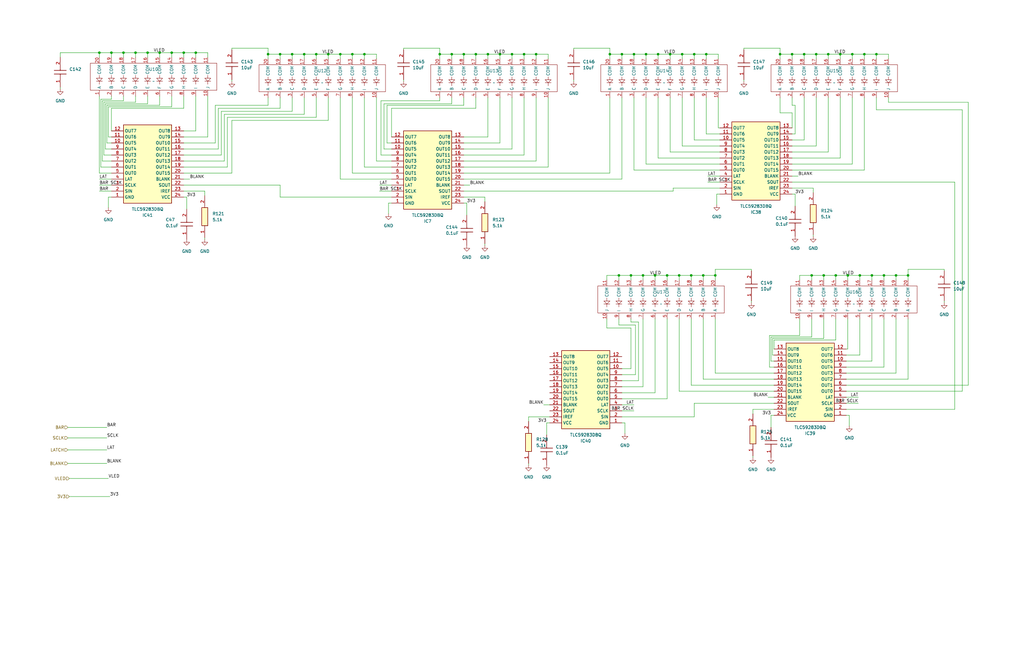
<source format=kicad_sch>
(kicad_sch (version 20230121) (generator eeschema)
  (paper "B")
  (junction (at 372.745 116.205))
  (junction (at 123.19 22.86))
  (junction (at 357.505 116.205))
  (junction (at 57.15 22.225))
  (junction (at 226.06 22.86))
  (junction (at 200.66 22.86))
  (junction (at 369.57 22.86))
  (junction (at 128.27 22.86))
  (junction (at 260.985 116.205))
  (junction (at 72.39 22.225))
  (junction (at 328.93 22.86))
  (junction (at 272.415 22.86))
  (junction (at 267.335 22.86))
  (junction (at 276.225 116.205))
  (junction (at 301.625 116.205))
  (junction (at 287.655 22.86))
  (junction (at 113.03 22.86))
  (junction (at 354.33 22.86))
  (junction (at 362.585 116.205))
  (junction (at 41.91 22.225))
  (junction (at 82.55 22.225))
  (junction (at 77.47 22.225))
  (junction (at 292.735 22.86))
  (junction (at 118.11 22.86))
  (junction (at 67.31 22.225))
  (junction (at 133.35 22.86))
  (junction (at 215.9 22.86))
  (junction (at 342.265 116.205))
  (junction (at 220.98 22.86))
  (junction (at 148.59 22.86))
  (junction (at 46.99 22.225))
  (junction (at 185.42 22.86))
  (junction (at 377.825 116.205))
  (junction (at 347.345 116.205))
  (junction (at 277.495 22.86))
  (junction (at 382.905 116.205))
  (junction (at 282.575 22.86))
  (junction (at 153.67 22.86))
  (junction (at 271.145 116.205))
  (junction (at 367.665 116.205))
  (junction (at 286.385 116.205))
  (junction (at 281.305 116.205))
  (junction (at 344.17 22.86))
  (junction (at 297.815 22.86))
  (junction (at 205.74 22.86))
  (junction (at 62.23 22.225))
  (junction (at 195.58 22.86))
  (junction (at 138.43 22.86))
  (junction (at 291.465 116.205))
  (junction (at 266.065 116.205))
  (junction (at 296.545 116.205))
  (junction (at 210.82 22.86))
  (junction (at 190.5 22.86))
  (junction (at 334.01 22.86))
  (junction (at 262.255 22.86))
  (junction (at 143.51 22.86))
  (junction (at 257.175 22.86))
  (junction (at 352.425 116.205))
  (junction (at 364.49 22.86))
  (junction (at 52.07 22.225))
  (junction (at 339.09 22.86))
  (junction (at 349.25 22.86))
  (junction (at 359.41 22.86))
  (wire (pts (xy 143.51 22.86) (xy 143.51 24.765)))
  (wire (pts (xy 356.87 147.32) (xy 357.505 147.32)))
  (wire (pts (xy 356.87 160.02) (xy 382.905 160.02)))
  (wire (pts (xy 356.87 149.86) (xy 362.585 149.86)))
  (wire (pts (xy 41.91 80.645) (xy 46.99 80.645)))
  (wire (pts (xy 334.01 56.515) (xy 335.28 56.515)))
  (wire (pts (xy 339.09 22.86) (xy 344.17 22.86)))
  (wire (pts (xy 302.895 41.275) (xy 302.895 53.975)))
  (wire (pts (xy 377.825 116.205) (xy 372.745 116.205)))
  (wire (pts (xy 301.625 113.665) (xy 301.625 116.205)))
  (wire (pts (xy 220.98 22.86) (xy 226.06 22.86)))
  (wire (pts (xy 165.1 57.785) (xy 165.1 45.72)))
  (wire (pts (xy 287.655 22.86) (xy 292.735 22.86)))
  (wire (pts (xy 62.23 43.815) (xy 62.23 40.64)))
  (wire (pts (xy 398.145 114.3) (xy 398.145 113.665)))
  (wire (pts (xy 328.93 24.765) (xy 328.93 22.86)))
  (wire (pts (xy 342.265 116.205) (xy 342.265 118.11)))
  (wire (pts (xy 266.065 155.575) (xy 266.065 138.43)))
  (wire (pts (xy 45.72 83.185) (xy 45.72 87.63)))
  (wire (pts (xy 113.03 24.765) (xy 113.03 22.86)))
  (wire (pts (xy 292.735 22.86) (xy 292.735 24.765)))
  (wire (pts (xy 42.545 70.485) (xy 46.99 70.485)))
  (wire (pts (xy 357.505 116.205) (xy 357.505 118.11)))
  (wire (pts (xy 113.03 44.45) (xy 113.03 41.275)))
  (wire (pts (xy 296.545 116.205) (xy 296.545 118.11)))
  (wire (pts (xy 281.305 168.275) (xy 281.305 134.62)))
  (wire (pts (xy 325.755 149.86) (xy 325.755 142.875)))
  (wire (pts (xy 97.79 20.32) (xy 113.03 20.32)))
  (wire (pts (xy 287.655 61.595) (xy 287.655 41.275)))
  (wire (pts (xy 46.99 62.865) (xy 44.45 62.865)))
  (wire (pts (xy 44.45 43.815) (xy 62.23 43.815)))
  (wire (pts (xy 277.495 22.86) (xy 282.575 22.86)))
  (wire (pts (xy 195.58 67.945) (xy 226.06 67.945)))
  (wire (pts (xy 262.255 22.86) (xy 262.255 24.765)))
  (wire (pts (xy 123.19 22.86) (xy 128.27 22.86)))
  (wire (pts (xy 303.53 81.915) (xy 302.26 81.915)))
  (wire (pts (xy 195.58 80.645) (xy 283.845 80.645)))
  (wire (pts (xy 128.27 22.86) (xy 133.35 22.86)))
  (wire (pts (xy 347.345 116.205) (xy 342.265 116.205)))
  (wire (pts (xy 313.69 20.955) (xy 313.69 20.32)))
  (wire (pts (xy 356.87 152.4) (xy 367.665 152.4)))
  (wire (pts (xy 29.21 209.55) (xy 46.355 209.55)))
  (wire (pts (xy 276.225 116.205) (xy 276.225 118.11)))
  (wire (pts (xy 374.65 22.86) (xy 374.65 24.765)))
  (wire (pts (xy 25.4 22.225) (xy 41.91 22.225)))
  (wire (pts (xy 276.225 116.205) (xy 271.145 116.205)))
  (wire (pts (xy 262.255 168.275) (xy 281.305 168.275)))
  (wire (pts (xy 266.065 116.205) (xy 266.065 118.11)))
  (wire (pts (xy 46.99 45.72) (xy 77.47 45.72)))
  (wire (pts (xy 57.15 43.18) (xy 57.15 40.64)))
  (wire (pts (xy 87.63 40.64) (xy 87.63 57.785)))
  (wire (pts (xy 335.28 56.515) (xy 335.28 44.45)))
  (wire (pts (xy 367.665 152.4) (xy 367.665 134.62)))
  (wire (pts (xy 364.49 22.86) (xy 369.57 22.86)))
  (wire (pts (xy 326.39 147.32) (xy 326.39 143.51)))
  (wire (pts (xy 282.575 22.86) (xy 282.575 24.765)))
  (wire (pts (xy 372.745 116.205) (xy 372.745 118.11)))
  (wire (pts (xy 352.425 116.205) (xy 352.425 118.11)))
  (wire (pts (xy 301.625 118.11) (xy 301.625 116.205)))
  (wire (pts (xy 342.9 79.375) (xy 342.9 81.28)))
  (wire (pts (xy 377.825 157.48) (xy 377.825 134.62)))
  (wire (pts (xy 143.51 22.86) (xy 148.59 22.86)))
  (wire (pts (xy 90.805 44.45) (xy 113.03 44.45)))
  (wire (pts (xy 195.58 85.725) (xy 196.85 85.725)))
  (wire (pts (xy 354.33 22.86) (xy 359.41 22.86)))
  (wire (pts (xy 266.065 116.205) (xy 260.985 116.205)))
  (wire (pts (xy 334.01 66.675) (xy 354.33 66.675)))
  (wire (pts (xy 163.195 44.45) (xy 195.58 44.45)))
  (wire (pts (xy 190.5 43.815) (xy 190.5 41.275)))
  (wire (pts (xy 334.01 47.625) (xy 328.93 47.625)))
  (wire (pts (xy 328.93 47.625) (xy 328.93 41.275)))
  (wire (pts (xy 269.24 160.655) (xy 269.24 135.89)))
  (wire (pts (xy 222.885 175.895) (xy 222.885 177.8)))
  (wire (pts (xy 241.935 33.655) (xy 241.935 34.29)))
  (wire (pts (xy 334.01 71.755) (xy 364.49 71.755)))
  (wire (pts (xy 325.755 142.875) (xy 347.345 142.875)))
  (wire (pts (xy 231.775 175.895) (xy 222.885 175.895)))
  (wire (pts (xy 170.18 20.955) (xy 170.18 20.32)))
  (wire (pts (xy 303.53 64.135) (xy 282.575 64.135)))
  (wire (pts (xy 170.18 20.32) (xy 185.42 20.32)))
  (wire (pts (xy 200.66 22.86) (xy 200.66 24.765)))
  (wire (pts (xy 165.1 85.725) (xy 163.83 85.725)))
  (wire (pts (xy 222.885 195.58) (xy 222.885 196.215)))
  (wire (pts (xy 282.575 64.135) (xy 282.575 41.275)))
  (wire (pts (xy 382.905 113.665) (xy 382.905 116.205)))
  (wire (pts (xy 313.69 33.655) (xy 313.69 34.29)))
  (wire (pts (xy 257.175 20.32) (xy 257.175 22.86)))
  (wire (pts (xy 77.47 80.645) (xy 86.36 80.645)))
  (wire (pts (xy 262.255 22.86) (xy 267.335 22.86)))
  (wire (pts (xy 398.145 113.665) (xy 382.905 113.665)))
  (wire (pts (xy 352.425 143.51) (xy 352.425 134.62)))
  (wire (pts (xy 405.765 165.1) (xy 405.765 46.355)))
  (wire (pts (xy 52.07 40.64) (xy 52.07 42.545)))
  (wire (pts (xy 359.41 22.86) (xy 364.49 22.86)))
  (wire (pts (xy 257.175 73.025) (xy 257.175 41.275)))
  (wire (pts (xy 72.39 22.225) (xy 77.47 22.225)))
  (wire (pts (xy 87.63 22.225) (xy 87.63 24.13)))
  (wire (pts (xy 158.75 41.275) (xy 158.75 67.945)))
  (wire (pts (xy 196.85 85.725) (xy 196.85 90.805)))
  (wire (pts (xy 354.33 22.86) (xy 354.33 24.765)))
  (wire (pts (xy 128.27 48.26) (xy 128.27 41.275)))
  (wire (pts (xy 200.66 22.86) (xy 205.74 22.86)))
  (wire (pts (xy 205.74 22.86) (xy 205.74 24.765)))
  (wire (pts (xy 356.87 162.56) (xy 408.305 162.56)))
  (wire (pts (xy 291.465 116.205) (xy 286.385 116.205)))
  (wire (pts (xy 356.87 154.94) (xy 372.745 154.94)))
  (wire (pts (xy 45.085 60.325) (xy 46.99 60.325)))
  (wire (pts (xy 334.01 79.375) (xy 342.9 79.375)))
  (wire (pts (xy 82.55 22.225) (xy 82.55 24.13)))
  (wire (pts (xy 231.14 70.485) (xy 231.14 41.275)))
  (wire (pts (xy 118.11 22.86) (xy 118.11 24.765)))
  (wire (pts (xy 369.57 22.86) (xy 374.65 22.86)))
  (wire (pts (xy 118.11 83.185) (xy 165.1 83.185)))
  (wire (pts (xy 276.225 165.735) (xy 276.225 134.62)))
  (wire (pts (xy 303.53 56.515) (xy 297.815 56.515)))
  (wire (pts (xy 328.93 22.86) (xy 334.01 22.86)))
  (wire (pts (xy 241.935 20.955) (xy 241.935 20.32)))
  (wire (pts (xy 296.545 160.02) (xy 296.545 134.62)))
  (wire (pts (xy 161.925 43.815) (xy 190.5 43.815)))
  (wire (pts (xy 271.145 163.195) (xy 271.145 134.62)))
  (wire (pts (xy 267.335 22.86) (xy 267.335 24.765)))
  (wire (pts (xy 267.335 170.815) (xy 262.255 170.815)))
  (wire (pts (xy 41.91 75.565) (xy 46.99 75.565)))
  (wire (pts (xy 364.49 71.755) (xy 364.49 41.275)))
  (wire (pts (xy 303.53 61.595) (xy 287.655 61.595)))
  (wire (pts (xy 215.9 22.86) (xy 215.9 24.765)))
  (wire (pts (xy 195.58 78.105) (xy 198.12 78.105)))
  (wire (pts (xy 138.43 22.86) (xy 138.43 24.765)))
  (wire (pts (xy 82.55 55.245) (xy 77.47 55.245)))
  (wire (pts (xy 231.14 22.86) (xy 231.14 24.765)))
  (wire (pts (xy 153.67 22.86) (xy 153.67 24.765)))
  (wire (pts (xy 292.735 22.86) (xy 297.815 22.86)))
  (wire (pts (xy 324.485 154.94) (xy 324.485 141.605)))
  (wire (pts (xy 334.01 22.86) (xy 334.01 24.765)))
  (wire (pts (xy 344.17 22.86) (xy 344.17 24.765)))
  (wire (pts (xy 46.99 67.945) (xy 43.18 67.945)))
  (wire (pts (xy 291.465 162.56) (xy 291.465 134.62)))
  (wire (pts (xy 302.26 81.915) (xy 302.26 86.36)))
  (wire (pts (xy 303.53 66.675) (xy 277.495 66.675)))
  (wire (pts (xy 357.505 116.205) (xy 352.425 116.205)))
  (wire (pts (xy 160.02 78.105) (xy 165.1 78.105)))
  (wire (pts (xy 78.74 83.185) (xy 78.74 88.265)))
  (wire (pts (xy 67.31 40.64) (xy 67.31 44.45)))
  (wire (pts (xy 334.01 44.45) (xy 334.01 41.275)))
  (wire (pts (xy 46.99 40.64) (xy 46.99 41.91)))
  (wire (pts (xy 349.25 22.86) (xy 354.33 22.86)))
  (wire (pts (xy 43.815 43.18) (xy 57.15 43.18)))
  (wire (pts (xy 95.885 70.485) (xy 95.885 49.53)))
  (wire (pts (xy 165.1 60.325) (xy 163.195 60.325)))
  (wire (pts (xy 45.72 57.785) (xy 45.72 45.085)))
  (wire (pts (xy 148.59 73.025) (xy 165.1 73.025)))
  (wire (pts (xy 356.87 165.1) (xy 405.765 165.1)))
  (wire (pts (xy 297.815 22.86) (xy 297.815 24.765)))
  (wire (pts (xy 45.72 45.085) (xy 72.39 45.085)))
  (wire (pts (xy 94.615 67.945) (xy 94.615 48.26)))
  (wire (pts (xy 326.39 165.1) (xy 286.385 165.1)))
  (wire (pts (xy 296.545 116.205) (xy 291.465 116.205)))
  (wire (pts (xy 77.47 78.105) (xy 118.11 78.105)))
  (wire (pts (xy 28.575 195.58) (xy 45.085 195.58)))
  (wire (pts (xy 195.58 75.565) (xy 262.255 75.565)))
  (wire (pts (xy 262.255 75.565) (xy 262.255 41.275)))
  (wire (pts (xy 161.925 62.865) (xy 161.925 43.815)))
  (wire (pts (xy 267.97 158.115) (xy 267.97 137.16)))
  (wire (pts (xy 277.495 66.675) (xy 277.495 41.275)))
  (wire (pts (xy 262.255 163.195) (xy 271.145 163.195)))
  (wire (pts (xy 361.95 167.64) (xy 356.87 167.64)))
  (wire (pts (xy 334.01 81.915) (xy 335.28 81.915)))
  (wire (pts (xy 342.265 116.205) (xy 337.185 116.205)))
  (wire (pts (xy 402.59 76.835) (xy 402.59 172.72)))
  (wire (pts (xy 262.255 178.435) (xy 263.525 178.435)))
  (wire (pts (xy 292.735 175.895) (xy 262.255 175.895)))
  (wire (pts (xy 369.57 22.86) (xy 369.57 24.765)))
  (wire (pts (xy 382.905 160.02) (xy 382.905 134.62)))
  (wire (pts (xy 204.47 102.87) (xy 204.47 103.505)))
  (wire (pts (xy 328.93 20.32) (xy 328.93 22.86)))
  (wire (pts (xy 334.01 53.975) (xy 334.01 47.625)))
  (wire (pts (xy 67.31 22.225) (xy 72.39 22.225)))
  (wire (pts (xy 46.99 41.91) (xy 42.545 41.91)))
  (wire (pts (xy 86.36 80.645) (xy 86.36 82.55)))
  (wire (pts (xy 226.06 22.86) (xy 226.06 24.765)))
  (wire (pts (xy 113.03 22.86) (xy 118.11 22.86)))
  (wire (pts (xy 301.625 157.48) (xy 301.625 134.62)))
  (wire (pts (xy 28.575 189.865) (xy 45.085 189.865)))
  (wire (pts (xy 262.255 158.115) (xy 267.97 158.115)))
  (wire (pts (xy 97.79 73.025) (xy 97.79 50.8)))
  (wire (pts (xy 25.4 36.83) (xy 25.4 37.465)))
  (wire (pts (xy 92.075 62.865) (xy 92.075 45.72)))
  (wire (pts (xy 297.815 22.86) (xy 302.895 22.86)))
  (wire (pts (xy 337.185 116.205) (xy 337.185 118.11)))
  (wire (pts (xy 317.5 172.72) (xy 317.5 174.625)))
  (wire (pts (xy 356.87 175.26) (xy 358.14 175.26)))
  (wire (pts (xy 241.935 20.32) (xy 257.175 20.32)))
  (wire (pts (xy 153.67 22.86) (xy 158.75 22.86)))
  (wire (pts (xy 220.98 22.86) (xy 220.98 24.765)))
  (wire (pts (xy 97.79 20.955) (xy 97.79 20.32)))
  (wire (pts (xy 303.53 53.975) (xy 302.895 53.975)))
  (wire (pts (xy 358.14 175.26) (xy 358.14 179.705)))
  (wire (pts (xy 158.75 67.945) (xy 165.1 67.945)))
  (wire (pts (xy 298.45 74.295) (xy 303.53 74.295)))
  (wire (pts (xy 123.19 22.86) (xy 123.19 24.765)))
  (wire (pts (xy 255.905 116.205) (xy 255.905 118.11)))
  (wire (pts (xy 153.67 70.485) (xy 153.67 41.275)))
  (wire (pts (xy 195.58 57.785) (xy 205.74 57.785)))
  (wire (pts (xy 326.39 167.64) (xy 323.85 167.64)))
  (wire (pts (xy 287.655 22.86) (xy 287.655 24.765)))
  (wire (pts (xy 86.36 100.33) (xy 86.36 100.965)))
  (wire (pts (xy 138.43 50.8) (xy 138.43 41.275)))
  (wire (pts (xy 271.145 116.205) (xy 271.145 118.11)))
  (wire (pts (xy 349.25 22.86) (xy 349.25 24.765)))
  (wire (pts (xy 77.47 65.405) (xy 93.345 65.405)))
  (wire (pts (xy 334.01 22.86) (xy 339.09 22.86)))
  (wire (pts (xy 262.255 165.735) (xy 276.225 165.735)))
  (wire (pts (xy 405.765 46.355) (xy 369.57 46.355)))
  (wire (pts (xy 303.53 59.055) (xy 292.735 59.055)))
  (wire (pts (xy 361.95 170.18) (xy 356.87 170.18)))
  (wire (pts (xy 97.79 33.655) (xy 97.79 34.29)))
  (wire (pts (xy 72.39 22.225) (xy 72.39 24.13)))
  (wire (pts (xy 57.15 22.225) (xy 57.15 24.13)))
  (wire (pts (xy 185.42 22.86) (xy 190.5 22.86)))
  (wire (pts (xy 210.82 60.325) (xy 210.82 41.275)))
  (wire (pts (xy 367.665 116.205) (xy 362.585 116.205)))
  (wire (pts (xy 52.07 22.225) (xy 52.07 24.13)))
  (wire (pts (xy 28.575 180.34) (xy 45.085 180.34)))
  (wire (pts (xy 163.195 60.325) (xy 163.195 44.45)))
  (wire (pts (xy 364.49 22.86) (xy 364.49 24.765)))
  (wire (pts (xy 326.39 162.56) (xy 291.465 162.56)))
  (wire (pts (xy 344.17 61.595) (xy 344.17 41.275)))
  (wire (pts (xy 344.17 22.86) (xy 349.25 22.86)))
  (wire (pts (xy 195.58 70.485) (xy 231.14 70.485)))
  (wire (pts (xy 77.47 73.025) (xy 97.79 73.025)))
  (wire (pts (xy 160.655 65.405) (xy 160.655 42.545)))
  (wire (pts (xy 266.065 138.43) (xy 255.905 138.43)))
  (wire (pts (xy 262.255 160.655) (xy 269.24 160.655)))
  (wire (pts (xy 260.985 116.205) (xy 260.985 118.11)))
  (wire (pts (xy 210.82 22.86) (xy 215.9 22.86)))
  (wire (pts (xy 226.06 22.86) (xy 231.14 22.86)))
  (wire (pts (xy 339.09 59.055) (xy 339.09 41.275)))
  (wire (pts (xy 77.47 45.72) (xy 77.47 40.64)))
  (wire (pts (xy 382.905 118.11) (xy 382.905 116.205)))
  (wire (pts (xy 257.175 22.86) (xy 262.255 22.86)))
  (wire (pts (xy 282.575 22.86) (xy 287.655 22.86)))
  (wire (pts (xy 231.775 178.435) (xy 230.505 178.435)))
  (wire (pts (xy 67.31 22.225) (xy 67.31 24.13)))
  (wire (pts (xy 118.11 45.72) (xy 118.11 41.275)))
  (wire (pts (xy 382.905 116.205) (xy 377.825 116.205)))
  (wire (pts (xy 160.02 80.645) (xy 165.1 80.645)))
  (wire (pts (xy 41.91 24.13) (xy 41.91 22.225)))
  (wire (pts (xy 77.47 22.225) (xy 82.55 22.225)))
  (wire (pts (xy 283.845 80.645) (xy 283.845 79.375)))
  (wire (pts (xy 334.01 59.055) (xy 339.09 59.055)))
  (wire (pts (xy 335.28 44.45) (xy 334.01 44.45)))
  (wire (pts (xy 215.9 22.86) (xy 220.98 22.86)))
  (wire (pts (xy 185.42 20.32) (xy 185.42 22.86)))
  (wire (pts (xy 148.59 22.86) (xy 153.67 22.86)))
  (wire (pts (xy 82.55 40.64) (xy 82.55 55.245)))
  (wire (pts (xy 231.775 170.815) (xy 229.235 170.815)))
  (wire (pts (xy 359.41 22.86) (xy 359.41 24.765)))
  (wire (pts (xy 334.01 74.295) (xy 336.55 74.295)))
  (wire (pts (xy 67.31 44.45) (xy 45.085 44.45)))
  (wire (pts (xy 62.23 22.225) (xy 62.23 24.13)))
  (wire (pts (xy 334.01 69.215) (xy 359.41 69.215)))
  (wire (pts (xy 281.305 116.205) (xy 281.305 118.11)))
  (wire (pts (xy 165.1 45.72) (xy 200.66 45.72)))
  (wire (pts (xy 148.59 73.025) (xy 148.59 41.275)))
  (wire (pts (xy 326.39 154.94) (xy 324.485 154.94)))
  (wire (pts (xy 215.9 62.865) (xy 215.9 41.275)))
  (wire (pts (xy 356.87 172.72) (xy 402.59 172.72)))
  (wire (pts (xy 204.47 83.185) (xy 204.47 85.09)))
  (wire (pts (xy 267.335 71.755) (xy 267.335 41.275)))
  (wire (pts (xy 349.25 64.135) (xy 349.25 41.275)))
  (wire (pts (xy 45.085 44.45) (xy 45.085 60.325)))
  (wire (pts (xy 362.585 116.205) (xy 362.585 118.11)))
  (wire (pts (xy 291.465 116.205) (xy 291.465 118.11)))
  (wire (pts (xy 326.39 160.02) (xy 296.545 160.02)))
  (wire (pts (xy 334.01 64.135) (xy 349.25 64.135)))
  (wire (pts (xy 46.99 55.245) (xy 46.99 45.72)))
  (wire (pts (xy 92.075 45.72) (xy 118.11 45.72)))
  (wire (pts (xy 286.385 116.205) (xy 281.305 116.205)))
  (wire (pts (xy 263.525 178.435) (xy 263.525 182.88)))
  (wire (pts (xy 220.98 65.405) (xy 220.98 41.275)))
  (wire (pts (xy 326.39 175.26) (xy 325.12 175.26)))
  (wire (pts (xy 160.655 42.545) (xy 185.42 42.545)))
  (wire (pts (xy 297.815 56.515) (xy 297.815 41.275)))
  (wire (pts (xy 77.47 75.565) (xy 80.01 75.565)))
  (wire (pts (xy 95.885 49.53) (xy 133.35 49.53)))
  (wire (pts (xy 272.415 22.86) (xy 277.495 22.86)))
  (wire (pts (xy 347.345 116.205) (xy 347.345 118.11)))
  (wire (pts (xy 41.91 40.64) (xy 41.91 73.025)))
  (wire (pts (xy 271.145 116.205) (xy 266.065 116.205)))
  (wire (pts (xy 354.33 66.675) (xy 354.33 41.275)))
  (wire (pts (xy 87.63 57.785) (xy 77.47 57.785)))
  (wire (pts (xy 77.47 83.185) (xy 78.74 83.185)))
  (wire (pts (xy 324.485 141.605) (xy 337.185 141.605)))
  (wire (pts (xy 262.255 155.575) (xy 266.065 155.575)))
  (wire (pts (xy 93.345 65.405) (xy 93.345 46.99)))
  (wire (pts (xy 266.065 135.89) (xy 266.065 134.62)))
  (wire (pts (xy 25.4 24.13) (xy 25.4 22.225)))
  (wire (pts (xy 342.9 99.06) (xy 342.9 99.695)))
  (wire (pts (xy 163.83 85.725) (xy 163.83 90.17)))
  (wire (pts (xy 316.865 127) (xy 316.865 127.635)))
  (wire (pts (xy 94.615 48.26) (xy 128.27 48.26)))
  (wire (pts (xy 334.01 61.595) (xy 344.17 61.595)))
  (wire (pts (xy 41.91 73.025) (xy 46.99 73.025)))
  (wire (pts (xy 281.305 116.205) (xy 276.225 116.205)))
  (wire (pts (xy 143.51 75.565) (xy 143.51 41.275)))
  (wire (pts (xy 272.415 22.86) (xy 272.415 24.765)))
  (wire (pts (xy 82.55 22.225) (xy 87.63 22.225)))
  (wire (pts (xy 362.585 149.86) (xy 362.585 134.62)))
  (wire (pts (xy 46.99 22.225) (xy 52.07 22.225)))
  (wire (pts (xy 77.47 60.325) (xy 90.805 60.325)))
  (wire (pts (xy 210.82 22.86) (xy 210.82 24.765)))
  (wire (pts (xy 367.665 116.205) (xy 367.665 118.11)))
  (wire (pts (xy 283.845 79.375) (xy 303.53 79.375)))
  (wire (pts (xy 257.175 24.765) (xy 257.175 22.86)))
  (wire (pts (xy 158.75 22.86) (xy 158.75 24.765)))
  (wire (pts (xy 170.18 33.655) (xy 170.18 34.29)))
  (wire (pts (xy 46.99 65.405) (xy 43.815 65.405)))
  (wire (pts (xy 77.47 67.945) (xy 94.615 67.945)))
  (wire (pts (xy 347.345 142.875) (xy 347.345 134.62)))
  (wire (pts (xy 260.985 116.205) (xy 255.905 116.205)))
  (wire (pts (xy 301.625 116.205) (xy 296.545 116.205)))
  (wire (pts (xy 133.35 22.86) (xy 133.35 24.765)))
  (wire (pts (xy 42.545 41.91) (xy 42.545 70.485)))
  (wire (pts (xy 148.59 22.86) (xy 148.59 24.765)))
  (wire (pts (xy 77.47 70.485) (xy 95.885 70.485)))
  (wire (pts (xy 286.385 116.205) (xy 286.385 118.11)))
  (wire (pts (xy 316.865 114.3) (xy 316.865 113.665)))
  (wire (pts (xy 398.145 127) (xy 398.145 127.635)))
  (wire (pts (xy 325.12 175.26) (xy 325.12 180.34)))
  (wire (pts (xy 369.57 46.355) (xy 369.57 41.275)))
  (wire (pts (xy 325.12 142.24) (xy 342.265 142.24)))
  (wire (pts (xy 316.865 113.665) (xy 301.625 113.665)))
  (wire (pts (xy 195.58 83.185) (xy 204.47 83.185)))
  (wire (pts (xy 165.1 65.405) (xy 160.655 65.405)))
  (wire (pts (xy 138.43 22.86) (xy 143.51 22.86)))
  (wire (pts (xy 337.185 141.605) (xy 337.185 134.62)))
  (wire (pts (xy 46.99 22.225) (xy 46.99 24.13)))
  (wire (pts (xy 90.805 60.325) (xy 90.805 44.45)))
  (wire (pts (xy 118.11 22.86) (xy 123.19 22.86)))
  (wire (pts (xy 298.45 76.835) (xy 303.53 76.835)))
  (wire (pts (xy 195.58 73.025) (xy 257.175 73.025)))
  (wire (pts (xy 267.97 137.16) (xy 260.985 137.16)))
  (wire (pts (xy 205.74 22.86) (xy 210.82 22.86)))
  (wire (pts (xy 41.91 22.225) (xy 46.99 22.225)))
  (wire (pts (xy 190.5 22.86) (xy 190.5 24.765)))
  (wire (pts (xy 118.11 78.105) (xy 118.11 83.185)))
  (wire (pts (xy 52.07 22.225) (xy 57.15 22.225)))
  (wire (pts (xy 57.15 22.225) (xy 62.23 22.225)))
  (wire (pts (xy 339.09 22.86) (xy 339.09 24.765)))
  (wire (pts (xy 195.58 44.45) (xy 195.58 41.275)))
  (wire (pts (xy 128.27 22.86) (xy 128.27 24.765)))
  (wire (pts (xy 359.41 69.215) (xy 359.41 41.275)))
  (wire (pts (xy 335.28 81.915) (xy 335.28 86.995)))
  (wire (pts (xy 286.385 165.1) (xy 286.385 134.62)))
  (wire (pts (xy 372.745 116.205) (xy 367.665 116.205)))
  (wire (pts (xy 267.335 22.86) (xy 272.415 22.86)))
  (wire (pts (xy 303.53 69.215) (xy 272.415 69.215)))
  (wire (pts (xy 62.23 22.225) (xy 67.31 22.225)))
  (wire (pts (xy 277.495 22.86) (xy 277.495 24.765)))
  (wire (pts (xy 43.815 65.405) (xy 43.815 43.18)))
  (wire (pts (xy 267.335 173.355) (xy 262.255 173.355)))
  (wire (pts (xy 326.39 170.18) (xy 292.735 170.18)))
  (wire (pts (xy 185.42 24.765) (xy 185.42 22.86)))
  (wire (pts (xy 195.58 22.86) (xy 195.58 24.765)))
  (wire (pts (xy 302.895 22.86) (xy 302.895 24.765)))
  (wire (pts (xy 357.505 147.32) (xy 357.505 134.62)))
  (wire (pts (xy 72.39 45.085) (xy 72.39 40.64)))
  (wire (pts (xy 362.585 116.205) (xy 357.505 116.205)))
  (wire (pts (xy 153.67 70.485) (xy 165.1 70.485)))
  (wire (pts (xy 325.12 152.4) (xy 325.12 142.24)))
  (wire (pts (xy 97.79 50.8) (xy 138.43 50.8)))
  (wire (pts (xy 292.735 59.055) (xy 292.735 41.275)))
  (wire (pts (xy 226.06 67.945) (xy 226.06 41.275)))
  (wire (pts (xy 195.58 60.325) (xy 210.82 60.325)))
  (wire (pts (xy 195.58 65.405) (xy 220.98 65.405)))
  (wire (pts (xy 272.415 69.215) (xy 272.415 41.275)))
  (wire (pts (xy 43.18 42.545) (xy 52.07 42.545)))
  (wire (pts (xy 260.985 137.16) (xy 260.985 134.62)))
  (wire (pts (xy 43.18 67.945) (xy 43.18 42.545)))
  (wire (pts (xy 408.305 162.56) (xy 408.305 43.18)))
  (wire (pts (xy 46.99 83.185) (xy 45.72 83.185)))
  (wire (pts (xy 317.5 192.405) (xy 317.5 193.04)))
  (wire (pts (xy 342.265 142.24) (xy 342.265 134.62)))
  (wire (pts (xy 44.45 62.865) (xy 44.45 43.815)))
  (wire (pts (xy 326.39 172.72) (xy 317.5 172.72)))
  (wire (pts (xy 93.345 46.99) (xy 123.19 46.99)))
  (wire (pts (xy 374.65 43.18) (xy 374.65 41.275)))
  (wire (pts (xy 230.505 178.435) (xy 230.505 183.515)))
  (wire (pts (xy 334.01 76.835) (xy 402.59 76.835)))
  (wire (pts (xy 143.51 75.565) (xy 165.1 75.565)))
  (wire (pts (xy 255.905 138.43) (xy 255.905 134.62)))
  (wire (pts (xy 41.91 78.105) (xy 46.99 78.105)))
  (wire (pts (xy 205.74 57.785) (xy 205.74 41.275)))
  (wire (pts (xy 185.42 42.545) (xy 185.42 41.275)))
  (wire (pts (xy 352.425 116.205) (xy 347.345 116.205)))
  (wire (pts (xy 269.24 135.89) (xy 266.065 135.89)))
  (wire (pts (xy 133.35 49.53) (xy 133.35 41.275)))
  (wire (pts (xy 190.5 22.86) (xy 195.58 22.86)))
  (wire (pts (xy 46.99 57.785) (xy 45.72 57.785)))
  (wire (pts (xy 195.58 62.865) (xy 215.9 62.865)))
  (wire (pts (xy 113.03 20.32) (xy 113.03 22.86)))
  (wire (pts (xy 292.735 170.18) (xy 292.735 175.895)))
  (wire (pts (xy 326.39 143.51) (xy 352.425 143.51)))
  (wire (pts (xy 133.35 22.86) (xy 138.43 22.86)))
  (wire (pts (xy 313.69 20.32) (xy 328.93 20.32)))
  (wire (pts (xy 77.47 22.225) (xy 77.47 24.13)))
  (wire (pts (xy 356.87 157.48) (xy 377.825 157.48)))
  (wire (pts (xy 29.21 201.93) (xy 45.72 201.93)))
  (wire (pts (xy 77.47 62.865) (xy 92.075 62.865)))
  (wire (pts (xy 123.19 46.99) (xy 123.19 41.275)))
  (wire (pts (xy 326.39 157.48) (xy 301.625 157.48)))
  (wire (pts (xy 28.575 184.785) (xy 45.085 184.785)))
  (wire (pts (xy 408.305 43.18) (xy 374.65 43.18)))
  (wire (pts (xy 372.745 154.94) (xy 372.745 134.62)))
  (wire (pts (xy 195.58 22.86) (xy 200.66 22.86)))
  (wire (pts (xy 326.39 152.4) (xy 325.12 152.4)))
  (wire (pts (xy 377.825 116.205) (xy 377.825 118.11)))
  (wire (pts (xy 165.1 62.865) (xy 161.925 62.865)))
  (wire (pts (xy 200.66 41.275) (xy 200.66 45.72)))
  (wire (pts (xy 303.53 71.755) (xy 267.335 71.755)))
  (wire (pts (xy 326.39 149.86) (xy 325.755 149.86)))
  (label "LAT" (at 45.085 189.865 0))
  (label "3V3" (at 230.505 178.435 180))
  (label "LAT" (at 267.335 170.815 180))
  (label "3V3" (at 325.12 175.26 180))
  (label "BAR" (at 45.085 180.34 0))
  (label "BAR" (at 41.91 80.645 0))
  (label "BLANK" (at 229.235 170.815 180))
  (label "BLANK" (at 198.12 78.105 0))
  (label "SCLK" (at 45.085 184.785 0))
  (label "VLED" (at 64.77 22.225 0))
  (label "VLED" (at 280.035 22.86 0))
  (label "VLED" (at 278.765 116.205 180))
  (label "3V3" (at 78.74 83.185 0))
  (label "BAR SCLK" (at 267.335 173.355 180))
  (label "3V3" (at 335.28 81.915 0))
  (label "VLED" (at 208.28 22.86 0))
  (label "LAT" (at 298.45 74.295 0))
  (label "3V3" (at 196.85 85.725 0))
  (label "LAT" (at 160.02 78.105 0))
  (label "BAR SCLK" (at 41.91 78.105 0))
  (label "BAR SCLK" (at 361.95 170.18 180))
  (label "BAR SCLK" (at 298.45 76.835 0))
  (label "VLED" (at 135.89 22.86 0))
  (label "BLANK" (at 80.01 75.565 0))
  (label "3V3" (at 46.355 209.55 0))
  (label "BLANK" (at 336.55 74.295 0))
  (label "BLANK" (at 323.85 167.64 180))
  (label "BLANK" (at 45.085 195.58 0))
  (label "VLED" (at 351.79 22.86 0))
  (label "LAT" (at 361.95 167.64 180))
  (label "BAR SCLK" (at 160.02 80.645 0))
  (label "VLED" (at 360.045 116.205 180))
  (label "VLED" (at 45.72 201.93 0))
  (label "LAT" (at 41.91 75.565 0))
  (hierarchical_label "3V3" (shape input) (at 29.21 209.55 180))
  (hierarchical_label "BAR" (shape input) (at 28.575 180.34 180))
  (hierarchical_label "LATCH" (shape input) (at 28.575 189.865 180))
  (hierarchical_label "BLANK" (shape input) (at 28.575 195.58 180))
  (hierarchical_label "VLED" (shape input) (at 29.21 201.93 180))
  (hierarchical_label "SCLK" (shape input) (at 28.575 184.785 180))
  (symbol (lib_id "power:GND") (at 241.935 34.29 0) (unit 1)
    (property "Reference" "#PWR0179" (effects hide))
    (property "Value" "GND" (at 241.935 39.37 0))
  )
  (symbol (lib_id "Audio System:GRM21BR61C106KE15K") (at 25.4 36.83 90) (unit 1)
    (property "Reference" "C142" (at 29.21 29.21 90) (effects (justify right)))
    (property "Value" "10uF" (effects hide))
    (property "Footprint" "CAPC2012X145N" (effects hide))
    (property "Datasheet" "http://www.murata.com/~/media/webrenewal/support/library/catalog/products/capacitor/mlcc/c02e.pdf" (effects hide))
    (property "Height" "1.45" (effects hide))
    (property "Manufacturer_Name" "Murata Electronics" (effects hide))
    (property "Manufacturer_Part_Number" "GRM21BR61C106KE15K" (effects hide))
    (property "Mouser Part Number" "81-GRM21BR61C106KE5K" (effects hide))
    (property "Mouser Price/Stock" "https://www.mouser.co.uk/ProductDetail/Murata-Electronics/GRM21BR61C106KE15K?qs=h0WOCFF19ULjTOS37upAEw%3D%3D" (effects hide))
    (property "Arrow Part Number" "GRM21BR61C106KE15K" (effects hide))
    (property "Arrow Price/Stock" "https://www.arrow.com/en/products/grm21br61c106ke15k/murata-manufacturing?utm_currency=USD&region=nac" (effects hide))
  )
  (symbol (lib_id "power:GND") (at 170.18 34.29 0) (unit 1)
    (property "Reference" "#PWR0178" (effects hide))
    (property "Value" "GND" (at 170.18 39.37 0))
  )
  (symbol (lib_id "Audio System:TLC59283DBQ") (at 262.255 178.435 180) (unit 1)
    (property "Reference" "IC40" (at 247.015 186.055 0))
    (property "Value" "TLC59283DBQ" (at 247.015 183.515 0))
    (property "Footprint" "SOP64P600X175-24N" (effects hide))
    (property "Datasheet" "https://www.ti.com/lit/ds/symlink/tlc59283.pdf?ts=1630477922356&ref_url=https%253A%252F%252Fwww.google.com%252F" (effects hide))
    (property "Height" "1.75" (effects hide))
    (property "Manufacturer_Name" "Texas Instruments" (effects hide))
    (property "Manufacturer_Part_Number" "TLC59283DBQ" (effects hide))
    (property "Mouser Part Number" "595-TLC59283DBQ" (effects hide))
    (property "Mouser Price/Stock" "https://www.mouser.co.uk/ProductDetail/Texas-Instruments/TLC59283DBQ?qs=Z9twEOuL%252B%2FKEr%2FW0CR%252BNoA%3D%3D" (effects hide))
    (property "Arrow Part Number" "TLC59283DBQ" (effects hide))
    (property "Arrow Price/Stock" "https://www.arrow.com/en/products/tlc59283dbq/texas-instruments?region=nac" (effects hide))
  )
  (symbol (lib_id "power:GND") (at 317.5 193.04 0) (mirror y) (unit 1)
    (property "Reference" "#PWR0186" (effects hide))
    (property "Value" "GND" (at 317.5 198.12 0))
  )
  (symbol (lib_id "Audio System:GRM21BR61C106KE15K") (at 170.18 33.655 90) (unit 1)
    (property "Reference" "C145" (at 173.99 26.035 90) (effects (justify right)))
    (property "Value" "10uF" (at 173.99 28.575 90) (effects (justify right)))
    (property "Footprint" "CAPC2012X145N" (effects hide))
    (property "Datasheet" "http://www.murata.com/~/media/webrenewal/support/library/catalog/products/capacitor/mlcc/c02e.pdf" (effects hide))
    (property "Height" "1.45" (effects hide))
    (property "Manufacturer_Name" "Murata Electronics" (effects hide))
    (property "Manufacturer_Part_Number" "GRM21BR61C106KE15K" (effects hide))
    (property "Mouser Part Number" "81-GRM21BR61C106KE5K" (effects hide))
    (property "Mouser Price/Stock" "https://www.mouser.co.uk/ProductDetail/Murata-Electronics/GRM21BR61C106KE15K?qs=h0WOCFF19ULjTOS37upAEw%3D%3D" (effects hide))
    (property "Arrow Part Number" "GRM21BR61C106KE15K" (effects hide))
    (property "Arrow Price/Stock" "https://www.arrow.com/en/products/grm21br61c106ke15k/murata-manufacturing?utm_currency=USD&region=nac" (effects hide))
  )
  (symbol (lib_id "Audio System:TLC59283DBQ") (at 165.1 85.725 0) (mirror x) (unit 1)
    (property "Reference" "IC7" (at 180.34 93.345 0))
    (property "Value" "TLC59283DBQ" (at 180.34 90.805 0))
    (property "Footprint" "SOP64P600X175-24N" (effects hide))
    (property "Datasheet" "https://www.ti.com/lit/ds/symlink/tlc59283.pdf?ts=1630477922356&ref_url=https%253A%252F%252Fwww.google.com%252F" (effects hide))
    (property "Height" "1.75" (effects hide))
    (property "Manufacturer_Name" "Texas Instruments" (effects hide))
    (property "Manufacturer_Part_Number" "TLC59283DBQ" (effects hide))
    (property "Mouser Part Number" "595-TLC59283DBQ" (effects hide))
    (property "Mouser Price/Stock" "https://www.mouser.co.uk/ProductDetail/Texas-Instruments/TLC59283DBQ?qs=Z9twEOuL%252B%2FKEr%2FW0CR%252BNoA%3D%3D" (effects hide))
    (property "Arrow Part Number" "TLC59283DBQ" (effects hide))
    (property "Arrow Price/Stock" "https://www.arrow.com/en/products/tlc59283dbq/texas-instruments?region=nac" (effects hide))
  )
  (symbol (lib_id "power:GND") (at 230.505 196.215 0) (mirror y) (unit 1)
    (property "Reference" "#PWR0190" (effects hide))
    (property "Value" "GND" (at 230.505 201.295 0))
  )
  (symbol (lib_id "power:GND") (at 335.28 99.695 0) (unit 1)
    (property "Reference" "#PWR0181" (effects hide))
    (property "Value" "GND" (at 335.28 104.775 0))
  )
  (symbol (lib_id "Audio System:CC0603KRX7R7BB104") (at 78.74 100.965 90) (unit 1)
    (property "Reference" "C47" (at 69.85 92.71 90) (effects (justify right)))
    (property "Value" "0.1uF" (at 69.85 95.25 90) (effects (justify right)))
    (property "Footprint" "CAPC1608X90N" (effects hide))
    (property "Datasheet" "https://www.yageo.com/en/Chart/Download/pdf/CC0603KRX7R7BB104" (effects hide))
    (property "Height" "0.9" (effects hide))
    (property "Manufacturer_Name" "YAGEO" (effects hide))
    (property "Manufacturer_Part_Number" "CC0603KRX7R7BB104" (effects hide))
    (property "Mouser Part Number" "603-CC603KRX7R7BB104" (effects hide))
    (property "Mouser Price/Stock" "https://www.mouser.co.uk/ProductDetail/YAGEO/CC0603KRX7R7BB104?qs=AgBp2OyFlx8KPmNTlFoWXA%3D%3D" (effects hide))
    (property "Arrow Part Number" "CC0603KRX7R7BB104" (effects hide))
    (property "Arrow Price/Stock" "https://www.arrow.com/en/products/cc0603krx7r7bb104/yageo?region=europe" (effects hide))
  )
  (symbol (lib_id "Audio System:LED_Bar_Graph") (at 360.045 128.27 0) (mirror y) (unit 1)
    (property "Reference" "U16" (at 360.045 123.19 0))
    (property "Value" "~" (at 360.045 128.27 0))
    (property "Footprint" "Audio System:LED Bar Graph" (effects hide))
  )
  (symbol (lib_id "Audio System:LED_Bar_Graph") (at 278.765 128.27 0) (mirror y) (unit 1)
    (property "Reference" "U17" (at 278.765 123.19 0))
    (property "Value" "~" (at 278.765 128.27 0))
    (property "Footprint" "Audio System:LED Bar Graph" (effects hide))
  )
  (symbol (lib_id "Audio System:CC0603KRX7R7BB104") (at 230.505 196.215 90) (unit 1)
    (property "Reference" "C139" (at 234.315 188.595 90) (effects (justify right)))
    (property "Value" "0.1uF" (at 234.315 191.135 90) (effects (justify right)))
    (property "Footprint" "CAPC1608X90N" (effects hide))
    (property "Datasheet" "https://www.yageo.com/en/Chart/Download/pdf/CC0603KRX7R7BB104" (effects hide))
    (property "Height" "0.9" (effects hide))
    (property "Manufacturer_Name" "YAGEO" (effects hide))
    (property "Manufacturer_Part_Number" "CC0603KRX7R7BB104" (effects hide))
    (property "Mouser Part Number" "603-CC603KRX7R7BB104" (effects hide))
    (property "Mouser Price/Stock" "https://www.mouser.co.uk/ProductDetail/YAGEO/CC0603KRX7R7BB104?qs=AgBp2OyFlx8KPmNTlFoWXA%3D%3D" (effects hide))
    (property "Arrow Part Number" "CC0603KRX7R7BB104" (effects hide))
    (property "Arrow Price/Stock" "https://www.arrow.com/en/products/cc0603krx7r7bb104/yageo?region=europe" (effects hide))
  )
  (symbol (lib_id "power:GND") (at 25.4 37.465 0) (unit 1)
    (property "Reference" "#PWR0173" (effects hide))
    (property "Value" "GND" (at 25.4 42.545 0))
  )
  (symbol (lib_id "Audio System:RC0603FR-075K1L") (at 86.36 100.33 90) (unit 1)
    (property "Reference" "R121" (at 89.535 90.17 90) (effects (justify right)))
    (property "Value" "5.1k" (at 89.535 92.71 90) (effects (justify right)))
    (property "Footprint" "RESC1608X55N" (effects hide))
    (property "Datasheet" "http://www.yageo.com/documents/recent/PYu-RC0603_51_RoHS_L_v5.pdf" (effects hide))
    (property "Height" "0.55" (effects hide))
    (property "Manufacturer_Name" "KEMET" (effects hide))
    (property "Manufacturer_Part_Number" "RC0603FR-075K1L" (effects hide))
    (property "Mouser Part Number" "603-RC0603FR-075K1L" (effects hide))
    (property "Mouser Price/Stock" "https://www.mouser.co.uk/ProductDetail/YAGEO/RC0603FR-075K1L?qs=gt6vzsuosg2jUUwxnI2PJQ%3D%3D" (effects hide))
    (property "Arrow Part Number" "RC0603FR-075K1L" (effects hide))
    (property "Arrow Price/Stock" "https://www.arrow.com/en/products/rc0603fr-075k1l/yageo?region=nac" (effects hide))
  )
  (symbol (lib_id "Audio System:LED_Bar_Graph") (at 351.79 34.925 0) (unit 1)
    (property "Reference" "U15" (at 351.79 29.845 0))
    (property "Value" "~" (at 351.79 34.925 0))
    (property "Footprint" "Audio System:LED Bar Graph" (effects hide))
  )
  (symbol (lib_id "power:GND") (at 325.12 193.04 0) (mirror y) (unit 1)
    (property "Reference" "#PWR0185" (effects hide))
    (property "Value" "GND" (at 325.12 198.12 0))
  )
  (symbol (lib_id "power:GND") (at 222.885 196.215 0) (mirror y) (unit 1)
    (property "Reference" "#PWR0189" (effects hide))
    (property "Value" "GND" (at 222.885 201.295 0))
  )
  (symbol (lib_id "Audio System:CC0603KRX7R7BB104") (at 335.28 99.695 90) (unit 1)
    (property "Reference" "C140" (at 327.025 92.075 90) (effects (justify right)))
    (property "Value" "0.1uF" (at 327.025 94.615 90) (effects (justify right)))
    (property "Footprint" "CAPC1608X90N" (effects hide))
    (property "Datasheet" "https://www.yageo.com/en/Chart/Download/pdf/CC0603KRX7R7BB104" (effects hide))
    (property "Height" "0.9" (effects hide))
    (property "Manufacturer_Name" "YAGEO" (effects hide))
    (property "Manufacturer_Part_Number" "CC0603KRX7R7BB104" (effects hide))
    (property "Mouser Part Number" "603-CC603KRX7R7BB104" (effects hide))
    (property "Mouser Price/Stock" "https://www.mouser.co.uk/ProductDetail/YAGEO/CC0603KRX7R7BB104?qs=AgBp2OyFlx8KPmNTlFoWXA%3D%3D" (effects hide))
    (property "Arrow Part Number" "CC0603KRX7R7BB104" (effects hide))
    (property "Arrow Price/Stock" "https://www.arrow.com/en/products/cc0603krx7r7bb104/yageo?region=europe" (effects hide))
  )
  (symbol (lib_id "Audio System:LED_Bar_Graph") (at 64.77 34.29 0) (unit 1)
    (property "Reference" "U10" (at 64.77 29.21 0))
    (property "Value" "~" (at 64.77 34.29 0))
    (property "Footprint" "Audio System:LED Bar Graph" (effects hide))
  )
  (symbol (lib_id "Audio System:LED_Bar_Graph") (at 208.28 34.925 0) (unit 1)
    (property "Reference" "U13" (at 208.28 29.845 0))
    (property "Value" "~" (at 208.28 34.925 0))
    (property "Footprint" "Audio System:LED Bar Graph" (effects hide))
  )
  (symbol (lib_id "Audio System:RC0603FR-075K1L") (at 317.5 192.405 90) (unit 1)
    (property "Reference" "R125" (at 320.675 182.245 90) (effects (justify right)))
    (property "Value" "5.1k" (at 320.675 184.785 90) (effects (justify right)))
    (property "Footprint" "RESC1608X55N" (effects hide))
    (property "Datasheet" "http://www.yageo.com/documents/recent/PYu-RC0603_51_RoHS_L_v5.pdf" (effects hide))
    (property "Height" "0.55" (effects hide))
    (property "Manufacturer_Name" "KEMET" (effects hide))
    (property "Manufacturer_Part_Number" "RC0603FR-075K1L" (effects hide))
    (property "Mouser Part Number" "603-RC0603FR-075K1L" (effects hide))
    (property "Mouser Price/Stock" "https://www.mouser.co.uk/ProductDetail/YAGEO/RC0603FR-075K1L?qs=gt6vzsuosg2jUUwxnI2PJQ%3D%3D" (effects hide))
    (property "Arrow Part Number" "RC0603FR-075K1L" (effects hide))
    (property "Arrow Price/Stock" "https://www.arrow.com/en/products/rc0603fr-075k1l/yageo?region=nac" (effects hide))
  )
  (symbol (lib_id "power:GND") (at 163.83 90.17 0) (unit 1)
    (property "Reference" "#PWR0175" (effects hide))
    (property "Value" "GND" (at 163.83 95.25 0))
  )
  (symbol (lib_id "power:GND") (at 86.36 100.965 0) (unit 1)
    (property "Reference" "#PWR0129" (effects hide))
    (property "Value" "GND" (at 86.36 106.045 0))
  )
  (symbol (lib_id "Audio System:GRM21BR61C106KE15K") (at 97.79 33.655 90) (unit 1)
    (property "Reference" "C143" (at 101.6 26.035 90) (effects (justify right)))
    (property "Value" "10uF" (at 101.6 28.575 90) (effects (justify right)))
    (property "Footprint" "CAPC2012X145N" (effects hide))
    (property "Datasheet" "http://www.murata.com/~/media/webrenewal/support/library/catalog/products/capacitor/mlcc/c02e.pdf" (effects hide))
    (property "Height" "1.45" (effects hide))
    (property "Manufacturer_Name" "Murata Electronics" (effects hide))
    (property "Manufacturer_Part_Number" "GRM21BR61C106KE15K" (effects hide))
    (property "Mouser Part Number" "81-GRM21BR61C106KE5K" (effects hide))
    (property "Mouser Price/Stock" "https://www.mouser.co.uk/ProductDetail/Murata-Electronics/GRM21BR61C106KE15K?qs=h0WOCFF19ULjTOS37upAEw%3D%3D" (effects hide))
    (property "Arrow Part Number" "GRM21BR61C106KE15K" (effects hide))
    (property "Arrow Price/Stock" "https://www.arrow.com/en/products/grm21br61c106ke15k/murata-manufacturing?utm_currency=USD&region=nac" (effects hide))
  )
  (symbol (lib_id "Audio System:LED_Bar_Graph") (at 280.035 34.925 0) (unit 1)
    (property "Reference" "U14" (at 280.035 29.845 0))
    (property "Value" "~" (at 280.035 34.925 0))
    (property "Footprint" "Audio System:LED Bar Graph" (effects hide))
  )
  (symbol (lib_id "Audio System:RC0603FR-075K1L") (at 342.9 99.06 90) (unit 1)
    (property "Reference" "R124" (at 346.075 88.9 90) (effects (justify right)))
    (property "Value" "5.1k" (at 346.075 91.44 90) (effects (justify right)))
    (property "Footprint" "RESC1608X55N" (effects hide))
    (property "Datasheet" "http://www.yageo.com/documents/recent/PYu-RC0603_51_RoHS_L_v5.pdf" (effects hide))
    (property "Height" "0.55" (effects hide))
    (property "Manufacturer_Name" "KEMET" (effects hide))
    (property "Manufacturer_Part_Number" "RC0603FR-075K1L" (effects hide))
    (property "Mouser Part Number" "603-RC0603FR-075K1L" (effects hide))
    (property "Mouser Price/Stock" "https://www.mouser.co.uk/ProductDetail/YAGEO/RC0603FR-075K1L?qs=gt6vzsuosg2jUUwxnI2PJQ%3D%3D" (effects hide))
    (property "Arrow Part Number" "RC0603FR-075K1L" (effects hide))
    (property "Arrow Price/Stock" "https://www.arrow.com/en/products/rc0603fr-075k1l/yageo?region=nac" (effects hide))
  )
  (symbol (lib_id "Audio System:GRM21BR61C106KE15K") (at 316.865 127 90) (unit 1)
    (property "Reference" "C149" (at 320.675 119.38 90) (effects (justify right)))
    (property "Value" "10uF" (at 320.675 121.92 90) (effects (justify right)))
    (property "Footprint" "CAPC2012X145N" (effects hide))
    (property "Datasheet" "http://www.murata.com/~/media/webrenewal/support/library/catalog/products/capacitor/mlcc/c02e.pdf" (effects hide))
    (property "Height" "1.45" (effects hide))
    (property "Manufacturer_Name" "Murata Electronics" (effects hide))
    (property "Manufacturer_Part_Number" "GRM21BR61C106KE15K" (effects hide))
    (property "Mouser Part Number" "81-GRM21BR61C106KE5K" (effects hide))
    (property "Mouser Price/Stock" "https://www.mouser.co.uk/ProductDetail/Murata-Electronics/GRM21BR61C106KE15K?qs=h0WOCFF19ULjTOS37upAEw%3D%3D" (effects hide))
    (property "Arrow Part Number" "GRM21BR61C106KE15K" (effects hide))
    (property "Arrow Price/Stock" "https://www.arrow.com/en/products/grm21br61c106ke15k/murata-manufacturing?utm_currency=USD&region=nac" (effects hide))
  )
  (symbol (lib_id "Audio System:TLC59283DBQ") (at 46.99 83.185 0) (mirror x) (unit 1)
    (property "Reference" "IC41" (at 62.23 90.805 0))
    (property "Value" "TLC59283DBQ" (at 62.23 88.265 0))
    (property "Footprint" "SOP64P600X175-24N" (effects hide))
    (property "Datasheet" "https://www.ti.com/lit/ds/symlink/tlc59283.pdf?ts=1630477922356&ref_url=https%253A%252F%252Fwww.google.com%252F" (effects hide))
    (property "Height" "1.75" (effects hide))
    (property "Manufacturer_Name" "Texas Instruments" (effects hide))
    (property "Manufacturer_Part_Number" "TLC59283DBQ" (effects hide))
    (property "Mouser Part Number" "595-TLC59283DBQ" (effects hide))
    (property "Mouser Price/Stock" "https://www.mouser.co.uk/ProductDetail/Texas-Instruments/TLC59283DBQ?qs=Z9twEOuL%252B%2FKEr%2FW0CR%252BNoA%3D%3D" (effects hide))
    (property "Arrow Part Number" "TLC59283DBQ" (effects hide))
    (property "Arrow Price/Stock" "https://www.arrow.com/en/products/tlc59283dbq/texas-instruments?region=nac" (effects hide))
  )
  (symbol (lib_id "Audio System:GRM21BR61C106KE15K") (at 241.935 33.655 90) (unit 1)
    (property "Reference" "C146" (at 245.745 26.035 90) (effects (justify right)))
    (property "Value" "10uF" (at 245.745 28.575 90) (effects (justify right)))
    (property "Footprint" "CAPC2012X145N" (effects hide))
    (property "Datasheet" "http://www.murata.com/~/media/webrenewal/support/library/catalog/products/capacitor/mlcc/c02e.pdf" (effects hide))
    (property "Height" "1.45" (effects hide))
    (property "Manufacturer_Name" "Murata Electronics" (effects hide))
    (property "Manufacturer_Part_Number" "GRM21BR61C106KE15K" (effects hide))
    (property "Mouser Part Number" "81-GRM21BR61C106KE5K" (effects hide))
    (property "Mouser Price/Stock" "https://www.mouser.co.uk/ProductDetail/Murata-Electronics/GRM21BR61C106KE15K?qs=h0WOCFF19ULjTOS37upAEw%3D%3D" (effects hide))
    (property "Arrow Part Number" "GRM21BR61C106KE15K" (effects hide))
    (property "Arrow Price/Stock" "https://www.arrow.com/en/products/grm21br61c106ke15k/murata-manufacturing?utm_currency=USD&region=nac" (effects hide))
  )
  (symbol (lib_id "power:GND") (at 196.85 103.505 0) (unit 1)
    (property "Reference" "#PWR0176" (effects hide))
    (property "Value" "GND" (at 196.85 108.585 0))
  )
  (symbol (lib_id "power:GND") (at 313.69 34.29 0) (unit 1)
    (property "Reference" "#PWR0183" (effects hide))
    (property "Value" "GND" (at 313.69 39.37 0))
  )
  (symbol (lib_id "power:GND") (at 398.145 127.635 0) (mirror y) (unit 1)
    (property "Reference" "#PWR0187" (effects hide))
    (property "Value" "GND" (at 398.145 132.715 0))
  )
  (symbol (lib_id "Audio System:LED_Bar_Graph") (at 135.89 34.925 0) (unit 1)
    (property "Reference" "U12" (at 135.89 29.845 0))
    (property "Value" "~" (at 135.89 34.925 0))
    (property "Footprint" "Audio System:LED Bar Graph" (effects hide))
  )
  (symbol (lib_id "power:GND") (at 97.79 34.29 0) (unit 1)
    (property "Reference" "#PWR0174" (effects hide))
    (property "Value" "GND" (at 97.79 39.37 0))
  )
  (symbol (lib_id "Audio System:CC0603KRX7R7BB104") (at 325.12 193.04 90) (unit 1)
    (property "Reference" "C141" (at 328.93 185.42 90) (effects (justify right)))
    (property "Value" "0.1uF" (at 328.93 187.96 90) (effects (justify right)))
    (property "Footprint" "CAPC1608X90N" (effects hide))
    (property "Datasheet" "https://www.yageo.com/en/Chart/Download/pdf/CC0603KRX7R7BB104" (effects hide))
    (property "Height" "0.9" (effects hide))
    (property "Manufacturer_Name" "YAGEO" (effects hide))
    (property "Manufacturer_Part_Number" "CC0603KRX7R7BB104" (effects hide))
    (property "Mouser Part Number" "603-CC603KRX7R7BB104" (effects hide))
    (property "Mouser Price/Stock" "https://www.mouser.co.uk/ProductDetail/YAGEO/CC0603KRX7R7BB104?qs=AgBp2OyFlx8KPmNTlFoWXA%3D%3D" (effects hide))
    (property "Arrow Part Number" "CC0603KRX7R7BB104" (effects hide))
    (property "Arrow Price/Stock" "https://www.arrow.com/en/products/cc0603krx7r7bb104/yageo?region=europe" (effects hide))
  )
  (symbol (lib_id "Audio System:CC0603KRX7R7BB104") (at 196.85 103.505 90) (unit 1)
    (property "Reference" "C144" (at 187.96 95.885 90) (effects (justify right)))
    (property "Value" "0.1uF" (at 187.96 98.425 90) (effects (justify right)))
    (property "Footprint" "CAPC1608X90N" (effects hide))
    (property "Datasheet" "https://www.yageo.com/en/Chart/Download/pdf/CC0603KRX7R7BB104" (effects hide))
    (property "Height" "0.9" (effects hide))
    (property "Manufacturer_Name" "YAGEO" (effects hide))
    (property "Manufacturer_Part_Number" "CC0603KRX7R7BB104" (effects hide))
    (property "Mouser Part Number" "603-CC603KRX7R7BB104" (effects hide))
    (property "Mouser Price/Stock" "https://www.mouser.co.uk/ProductDetail/YAGEO/CC0603KRX7R7BB104?qs=AgBp2OyFlx8KPmNTlFoWXA%3D%3D" (effects hide))
    (property "Arrow Part Number" "CC0603KRX7R7BB104" (effects hide))
    (property "Arrow Price/Stock" "https://www.arrow.com/en/products/cc0603krx7r7bb104/yageo?region=europe" (effects hide))
  )
  (symbol (lib_id "power:GND") (at 342.9 99.695 0) (unit 1)
    (property "Reference" "#PWR0182" (effects hide))
    (property "Value" "GND" (at 342.9 104.775 0))
  )
  (symbol (lib_id "Audio System:RC0603FR-075K1L") (at 204.47 102.87 90) (unit 1)
    (property "Reference" "R123" (at 207.645 92.71 90) (effects (justify right)))
    (property "Value" "5.1k" (at 207.645 95.25 90) (effects (justify right)))
    (property "Footprint" "RESC1608X55N" (effects hide))
    (property "Datasheet" "http://www.yageo.com/documents/recent/PYu-RC0603_51_RoHS_L_v5.pdf" (effects hide))
    (property "Height" "0.55" (effects hide))
    (property "Manufacturer_Name" "KEMET" (effects hide))
    (property "Manufacturer_Part_Number" "RC0603FR-075K1L" (effects hide))
    (property "Mouser Part Number" "603-RC0603FR-075K1L" (effects hide))
    (property "Mouser Price/Stock" "https://www.mouser.co.uk/ProductDetail/YAGEO/RC0603FR-075K1L?qs=gt6vzsuosg2jUUwxnI2PJQ%3D%3D" (effects hide))
    (property "Arrow Part Number" "RC0603FR-075K1L" (effects hide))
    (property "Arrow Price/Stock" "https://www.arrow.com/en/products/rc0603fr-075k1l/yageo?region=nac" (effects hide))
  )
  (symbol (lib_id "Audio System:TLC59283DBQ") (at 356.87 175.26 180) (unit 1)
    (property "Reference" "IC39" (at 341.63 182.88 0))
    (property "Value" "TLC59283DBQ" (at 341.63 180.34 0))
    (property "Footprint" "SOP64P600X175-24N" (effects hide))
    (property "Datasheet" "https://www.ti.com/lit/ds/symlink/tlc59283.pdf?ts=1630477922356&ref_url=https%253A%252F%252Fwww.google.com%252F" (effects hide))
    (property "Height" "1.75" (effects hide))
    (property "Manufacturer_Name" "Texas Instruments" (effects hide))
    (property "Manufacturer_Part_Number" "TLC59283DBQ" (effects hide))
    (property "Mouser Part Number" "595-TLC59283DBQ" (effects hide))
    (property "Mouser Price/Stock" "https://www.mouser.co.uk/ProductDetail/Texas-Instruments/TLC59283DBQ?qs=Z9twEOuL%252B%2FKEr%2FW0CR%252BNoA%3D%3D" (effects hide))
    (property "Arrow Part Number" "TLC59283DBQ" (effects hide))
    (property "Arrow Price/Stock" "https://www.arrow.com/en/products/tlc59283dbq/texas-instruments?region=nac" (effects hide))
  )
  (symbol (lib_id "power:GND") (at 263.525 182.88 0) (mirror y) (unit 1)
    (property "Reference" "#PWR0191" (effects hide))
    (property "Value" "GND" (at 263.525 187.96 0))
  )
  (symbol (lib_id "power:GND") (at 204.47 103.505 0) (unit 1)
    (property "Reference" "#PWR0177" (effects hide))
    (property "Value" "GND" (at 204.47 108.585 0))
  )
  (symbol (lib_id "Audio System:GRM21BR61C106KE15K") (at 398.145 127 90) (unit 1)
    (property "Reference" "C148" (at 401.955 119.38 90) (effects (justify right)))
    (property "Value" "10uF" (at 401.955 121.92 90) (effects (justify right)))
    (property "Footprint" "CAPC2012X145N" (effects hide))
    (property "Datasheet" "http://www.murata.com/~/media/webrenewal/support/library/catalog/products/capacitor/mlcc/c02e.pdf" (effects hide))
    (property "Height" "1.45" (effects hide))
    (property "Manufacturer_Name" "Murata Electronics" (effects hide))
    (property "Manufacturer_Part_Number" "GRM21BR61C106KE15K" (effects hide))
    (property "Mouser Part Number" "81-GRM21BR61C106KE5K" (effects hide))
    (property "Mouser Price/Stock" "https://www.mouser.co.uk/ProductDetail/Murata-Electronics/GRM21BR61C106KE15K?qs=h0WOCFF19ULjTOS37upAEw%3D%3D" (effects hide))
    (property "Arrow Part Number" "GRM21BR61C106KE15K" (effects hide))
    (property "Arrow Price/Stock" "https://www.arrow.com/en/products/grm21br61c106ke15k/murata-manufacturing?utm_currency=USD&region=nac" (effects hide))
  )
  (symbol (lib_id "power:GND") (at 358.14 179.705 0) (mirror y) (unit 1)
    (property "Reference" "#PWR0184" (effects hide))
    (property "Value" "GND" (at 358.14 184.785 0))
  )
  (symbol (lib_id "Audio System:RC0603FR-075K1L") (at 222.885 195.58 90) (unit 1)
    (property "Reference" "R128" (at 226.06 185.42 90) (effects (justify right)))
    (property "Value" "5.1k" (at 226.06 187.96 90) (effects (justify right)))
    (property "Footprint" "RESC1608X55N" (effects hide))
    (property "Datasheet" "http://www.yageo.com/documents/recent/PYu-RC0603_51_RoHS_L_v5.pdf" (effects hide))
    (property "Height" "0.55" (effects hide))
    (property "Manufacturer_Name" "KEMET" (effects hide))
    (property "Manufacturer_Part_Number" "RC0603FR-075K1L" (effects hide))
    (property "Mouser Part Number" "603-RC0603FR-075K1L" (effects hide))
    (property "Mouser Price/Stock" "https://www.mouser.co.uk/ProductDetail/YAGEO/RC0603FR-075K1L?qs=gt6vzsuosg2jUUwxnI2PJQ%3D%3D" (effects hide))
    (property "Arrow Part Number" "RC0603FR-075K1L" (effects hide))
    (property "Arrow Price/Stock" "https://www.arrow.com/en/products/rc0603fr-075k1l/yageo?region=nac" (effects hide))
  )
  (symbol (lib_id "Audio System:GRM21BR61C106KE15K") (at 313.69 33.655 90) (unit 1)
    (property "Reference" "C147" (at 317.5 26.035 90) (effects (justify right)))
    (property "Value" "10uF" (at 317.5 28.575 90) (effects (justify right)))
    (property "Footprint" "CAPC2012X145N" (effects hide))
    (property "Datasheet" "http://www.murata.com/~/media/webrenewal/support/library/catalog/products/capacitor/mlcc/c02e.pdf" (effects hide))
    (property "Height" "1.45" (effects hide))
    (property "Manufacturer_Name" "Murata Electronics" (effects hide))
    (property "Manufacturer_Part_Number" "GRM21BR61C106KE15K" (effects hide))
    (property "Mouser Part Number" "81-GRM21BR61C106KE5K" (effects hide))
    (property "Mouser Price/Stock" "https://www.mouser.co.uk/ProductDetail/Murata-Electronics/GRM21BR61C106KE15K?qs=h0WOCFF19ULjTOS37upAEw%3D%3D" (effects hide))
    (property "Arrow Part Number" "GRM21BR61C106KE15K" (effects hide))
    (property "Arrow Price/Stock" "https://www.arrow.com/en/products/grm21br61c106ke15k/murata-manufacturing?utm_currency=USD&region=nac" (effects hide))
  )
  (symbol (lib_id "power:GND") (at 78.74 100.965 0) (unit 1)
    (property "Reference" "#PWR0126" (effects hide))
    (property "Value" "GND" (at 78.74 106.045 0))
  )
  (symbol (lib_id "power:GND") (at 316.865 127.635 0) (mirror y) (unit 1)
    (property "Reference" "#PWR0188" (effects hide))
    (property "Value" "GND" (at 316.865 132.715 0))
  )
  (symbol (lib_id "power:GND") (at 45.72 87.63 0) (unit 1)
    (property "Reference" "#PWR055" (effects hide))
    (property "Value" "GND" (at 45.72 92.71 0))
  )
  (symbol (lib_id "power:GND") (at 302.26 86.36 0) (unit 1)
    (property "Reference" "#PWR0180" (effects hide))
    (property "Value" "GND" (at 302.26 91.44 0))
  )
  (symbol (lib_id "Audio System:TLC59283DBQ") (at 303.53 81.915 0) (mirror x) (unit 1)
    (property "Reference" "IC38" (at 318.77 89.535 0))
    (property "Value" "TLC59283DBQ" (at 318.77 86.995 0))
    (property "Footprint" "SOP64P600X175-24N" (effects hide))
    (property "Datasheet" "https://www.ti.com/lit/ds/symlink/tlc59283.pdf?ts=1630477922356&ref_url=https%253A%252F%252Fwww.google.com%252F" (effects hide))
    (property "Height" "1.75" (effects hide))
    (property "Manufacturer_Name" "Texas Instruments" (effects hide))
    (property "Manufacturer_Part_Number" "TLC59283DBQ" (effects hide))
    (property "Mouser Part Number" "595-TLC59283DBQ" (effects hide))
    (property "Mouser Price/Stock" "https://www.mouser.co.uk/ProductDetail/Texas-Instruments/TLC59283DBQ?qs=Z9twEOuL%252B%2FKEr%2FW0CR%252BNoA%3D%3D" (effects hide))
    (property "Arrow Part Number" "TLC59283DBQ" (effects hide))
    (property "Arrow Price/Stock" "https://www.arrow.com/en/products/tlc59283dbq/texas-instruments?region=nac" (effects hide))
  )
)
</source>
